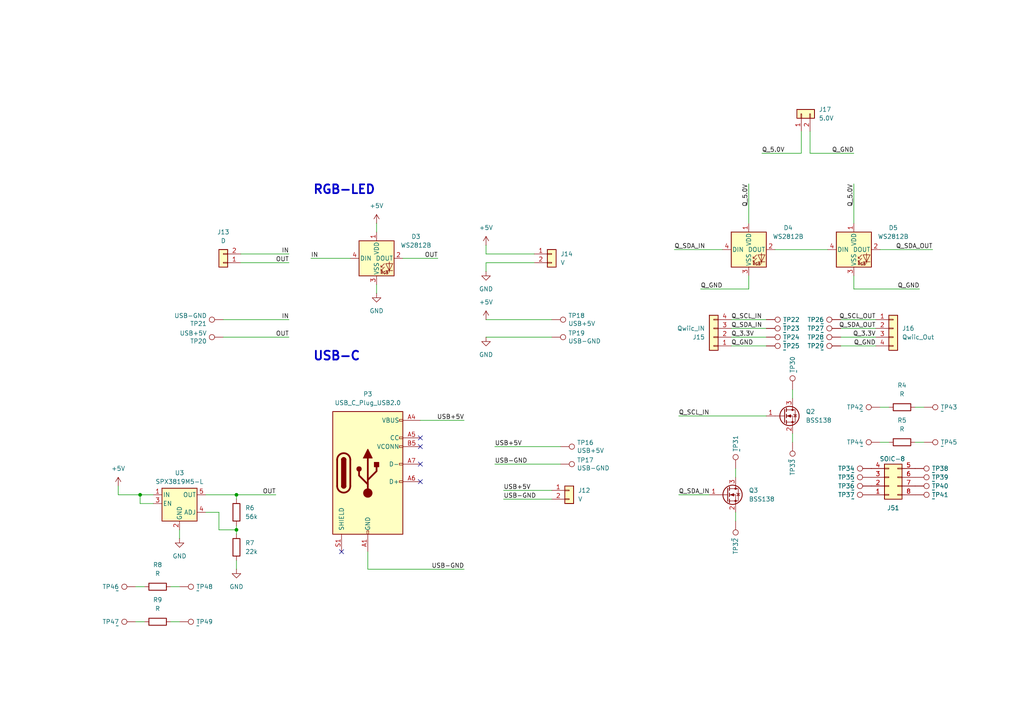
<source format=kicad_sch>
(kicad_sch (version 20250114) (generator "eeschema") (generator_version "9.0")
  (paper "A4")
  (lib_symbols
    (symbol "Connector:TestPoint" (pin_numbers (hide yes)) (pin_names (offset 0.762) (hide yes))
      (property "Reference" "TP" (at 0 6.858 0))
      (property "Value" "TestPoint" (at 0 5.08 0))
      (symbol "TestPoint_0_1"
        (circle (center 0 3.302) (radius 0.762))
      )
      (symbol "TestPoint_1_1"
        (pin passive line (at 0 0 90) (length 2.54) (name "1") (number "1"))
      )
    )
    (symbol "Connector:USB_C_Plug_USB2.0" (pin_names (offset 1.016))
      (property "Reference" "P" (at -10.16 19.05 0))
      (property "Value" "USB_C_Plug_USB2.0" (at 12.7 19.05 0))
      (symbol "USB_C_Plug_USB2.0_0_0"
        (rectangle (start -0.254 -17.78) (end 0.254 -16.764))
        (rectangle (start 10.16 15.494) (end 9.144 14.986))
        (rectangle (start 10.16 10.414) (end 9.144 9.906))
        (rectangle (start 10.16 7.874) (end 9.144 7.366))
        (rectangle (start 10.16 2.794) (end 9.144 2.286))
        (rectangle (start 10.16 -2.286) (end 9.144 -2.794))
      )
      (symbol "USB_C_Plug_USB2.0_0_1"
        (rectangle (start -10.16 17.78) (end 10.16 -17.78) (stroke (width 0.254)) (fill (type background)))
        (polyline (pts (xy -8.89 -3.81) (xy -8.89 3.81)) (stroke (width 0.508)))
        (rectangle (start -7.62 -3.81) (end -6.35 3.81) (stroke (width 0.254)) (fill (type outline)))
        (arc (start -7.62 3.81) (mid -6.985 4.4423) (end -6.35 3.81) (stroke (width 0.254)))
        (arc (start -7.62 3.81) (mid -6.985 4.4423) (end -6.35 3.81) (stroke (width 0.254)) (fill (type outline)))
        (arc (start -8.89 3.81) (mid -6.985 5.7067) (end -5.08 3.81) (stroke (width 0.508)))
        (arc (start -5.08 -3.81) (mid -6.985 -5.7067) (end -8.89 -3.81) (stroke (width 0.508)))
        (arc (start -6.35 -3.81) (mid -6.985 -4.4423) (end -7.62 -3.81) (stroke (width 0.254)))
        (arc (start -6.35 -3.81) (mid -6.985 -4.4423) (end -7.62 -3.81) (stroke (width 0.254)) (fill (type outline)))
        (polyline (pts (xy -5.08 3.81) (xy -5.08 -3.81)) (stroke (width 0.508)))
        (circle (center -2.54 1.143) (radius 0.635) (stroke (width 0.254)) (fill (type outline)))
        (polyline (pts (xy -1.27 4.318) (xy 0 6.858) (xy 1.27 4.318) (xy -1.27 4.318)) (stroke (width 0.254)) (fill (type outline)))
        (polyline (pts (xy 0 -2.032) (xy 2.54 0.508) (xy 2.54 1.778)) (stroke (width 0.508)))
        (polyline (pts (xy 0 -3.302) (xy -2.54 -0.762) (xy -2.54 0.508)) (stroke (width 0.508)))
        (polyline (pts (xy 0 -5.842) (xy 0 4.318)) (stroke (width 0.508)))
        (circle (center 0 -5.842) (radius 1.27) (fill (type outline)))
        (rectangle (start 1.905 1.778) (end 3.175 3.048) (stroke (width 0.254)) (fill (type outline)))
      )
      (symbol "USB_C_Plug_USB2.0_1_1"
        (pin passive line (at -7.62 -22.86 90) (length 5.08) (name "SHIELD") (number "S1"))
        (pin passive line (at 0 -22.86 90) (length 5.08) (name "GND") (number "A1"))
        (pin passive line (at 0 -22.86 90) (length 5.08) (hide yes) (name "GND") (number "A12"))
        (pin passive line (at 0 -22.86 90) (length 5.08) (hide yes) (name "GND") (number "B1"))
        (pin passive line (at 0 -22.86 90) (length 5.08) (hide yes) (name "GND") (number "B12"))
        (pin passive line (at 15.24 15.24 180) (length 5.08) (name "VBUS") (number "A4"))
        (pin passive line (at 15.24 15.24 180) (length 5.08) (hide yes) (name "VBUS") (number "A9"))
        (pin passive line (at 15.24 15.24 180) (length 5.08) (hide yes) (name "VBUS") (number "B4"))
        (pin passive line (at 15.24 15.24 180) (length 5.08) (hide yes) (name "VBUS") (number "B9"))
        (pin bidirectional line (at 15.24 10.16 180) (length 5.08) (name "CC") (number "A5"))
        (pin bidirectional line (at 15.24 7.62 180) (length 5.08) (name "VCONN") (number "B5"))
        (pin bidirectional line (at 15.24 2.54 180) (length 5.08) (name "D-") (number "A7"))
        (pin bidirectional line (at 15.24 -2.54 180) (length 5.08) (name "D+") (number "A6"))
      )
    )
    (symbol "Connector_Generic:Conn_01x02" (pin_names (offset 1.016) (hide yes))
      (property "Reference" "J" (at 0 2.54 0))
      (property "Value" "Conn_01x02" (at 0 -5.08 0))
      (symbol "Conn_01x02_1_1"
        (rectangle (start -1.27 1.27) (end 1.27 -3.81) (stroke (width 0.254)) (fill (type background)))
        (rectangle (start -1.27 0.127) (end 0 -0.127) (stroke (width 0.1524)))
        (rectangle (start -1.27 -2.413) (end 0 -2.667) (stroke (width 0.1524)))
        (pin passive line (at -5.08 0 0) (length 3.81) (name "Pin_1") (number "1"))
        (pin passive line (at -5.08 -2.54 0) (length 3.81) (name "Pin_2") (number "2"))
      )
    )
    (symbol "Connector_Generic:Conn_01x04" (pin_names (offset 1.016) (hide yes))
      (property "Reference" "J" (at 0 5.08 0))
      (property "Value" "Conn_01x04" (at 0 -7.62 0))
      (symbol "Conn_01x04_1_1"
        (rectangle (start -1.27 3.81) (end 1.27 -6.35) (stroke (width 0.254)) (fill (type background)))
        (rectangle (start -1.27 2.667) (end 0 2.413) (stroke (width 0.1524)))
        (rectangle (start -1.27 0.127) (end 0 -0.127) (stroke (width 0.1524)))
        (rectangle (start -1.27 -2.413) (end 0 -2.667) (stroke (width 0.1524)))
        (rectangle (start -1.27 -4.953) (end 0 -5.207) (stroke (width 0.1524)))
        (pin passive line (at -5.08 2.54 0) (length 3.81) (name "Pin_1") (number "1"))
        (pin passive line (at -5.08 0 0) (length 3.81) (name "Pin_2") (number "2"))
        (pin passive line (at -5.08 -2.54 0) (length 3.81) (name "Pin_3") (number "3"))
        (pin passive line (at -5.08 -5.08 0) (length 3.81) (name "Pin_4") (number "4"))
      )
    )
    (symbol "Connector_Generic:Conn_02x04_Counter_Clockwise" (pin_names (offset 1.016) (hide yes))
      (property "Reference" "J" (at 1.27 5.08 0))
      (property "Value" "Conn_02x04_Counter_Clockwise" (at 1.27 -7.62 0))
      (symbol "Conn_02x04_Counter_Clockwise_1_1"
        (rectangle (start -1.27 3.81) (end 3.81 -6.35) (stroke (width 0.254)) (fill (type background)))
        (rectangle (start -1.27 2.667) (end 0 2.413) (stroke (width 0.1524)))
        (rectangle (start -1.27 0.127) (end 0 -0.127) (stroke (width 0.1524)))
        (rectangle (start -1.27 -2.413) (end 0 -2.667) (stroke (width 0.1524)))
        (rectangle (start -1.27 -4.953) (end 0 -5.207) (stroke (width 0.1524)))
        (rectangle (start 3.81 2.667) (end 2.54 2.413) (stroke (width 0.1524)))
        (rectangle (start 3.81 0.127) (end 2.54 -0.127) (stroke (width 0.1524)))
        (rectangle (start 3.81 -2.413) (end 2.54 -2.667) (stroke (width 0.1524)))
        (rectangle (start 3.81 -4.953) (end 2.54 -5.207) (stroke (width 0.1524)))
        (pin passive line (at -5.08 2.54 0) (length 3.81) (name "Pin_1") (number "1"))
        (pin passive line (at -5.08 0 0) (length 3.81) (name "Pin_2") (number "2"))
        (pin passive line (at -5.08 -2.54 0) (length 3.81) (name "Pin_3") (number "3"))
        (pin passive line (at -5.08 -5.08 0) (length 3.81) (name "Pin_4") (number "4"))
        (pin passive line (at 7.62 2.54 180) (length 3.81) (name "Pin_8") (number "8"))
        (pin passive line (at 7.62 0 180) (length 3.81) (name "Pin_7") (number "7"))
        (pin passive line (at 7.62 -2.54 180) (length 3.81) (name "Pin_6") (number "6"))
        (pin passive line (at 7.62 -5.08 180) (length 3.81) (name "Pin_5") (number "5"))
      )
    )
    (symbol "Device:R" (pin_numbers (hide yes)) (pin_names (offset 0))
      (property "Reference" "R" (at 2.032 0 90))
      (property "Value" "R" (at 0 0 90))
      (symbol "R_0_1"
        (rectangle (start -1.016 -2.54) (end 1.016 2.54) (stroke (width 0.254)))
      )
      (symbol "R_1_1"
        (pin passive line (at 0 3.81 270) (length 1.27) (name "~") (number "1"))
        (pin passive line (at 0 -3.81 90) (length 1.27) (name "~") (number "2"))
      )
    )
    (symbol "LED:WS2812B" (pin_names (offset 0.254))
      (property "Reference" "D" (at 5.08 5.715 0))
      (property "Value" "WS2812B" (at 1.27 -5.715 0))
      (symbol "WS2812B_0_0"
        (text "RGB" (at 2.286 -4.191 0) (effects (font (size 0.762 0.762))))
      )
      (symbol "WS2812B_0_1"
        (polyline (pts (xy 1.27 -2.54) (xy 1.778 -2.54)))
        (polyline (pts (xy 1.27 -3.556) (xy 1.778 -3.556)))
        (polyline (pts (xy 2.286 -1.524) (xy 1.27 -2.54) (xy 1.27 -2.032)))
        (polyline (pts (xy 2.286 -2.54) (xy 1.27 -3.556) (xy 1.27 -3.048)))
        (polyline (pts (xy 3.683 -1.016) (xy 3.683 -3.556) (xy 3.683 -4.064)))
        (polyline (pts (xy 4.699 -1.524) (xy 2.667 -1.524) (xy 3.683 -3.556) (xy 4.699 -1.524)))
        (polyline (pts (xy 4.699 -3.556) (xy 2.667 -3.556)))
        (rectangle (start 5.08 5.08) (end -5.08 -5.08) (stroke (width 0.254)) (fill (type background)))
      )
      (symbol "WS2812B_1_1"
        (pin input line (at -7.62 0 0) (length 2.54) (name "DIN") (number "4"))
        (pin power_in line (at 0 7.62 270) (length 2.54) (name "VDD") (number "1"))
        (pin power_in line (at 0 -7.62 90) (length 2.54) (name "VSS") (number "3"))
        (pin output line (at 7.62 0 180) (length 2.54) (name "DOUT") (number "2"))
      )
    )
    (symbol "Regulator_Linear:SPX3819M5-L" (pin_names (offset 0.254))
      (property "Reference" "U" (at -3.81 5.715 0))
      (property "Value" "SPX3819M5-L" (at 0 5.715 0))
      (symbol "SPX3819M5-L_0_1"
        (rectangle (start -5.08 4.445) (end 5.08 -5.08) (stroke (width 0.254)) (fill (type background)))
      )
      (symbol "SPX3819M5-L_1_1"
        (pin power_in line (at -7.62 2.54 0) (length 2.54) (name "IN") (number "1"))
        (pin input line (at -7.62 0 0) (length 2.54) (name "EN") (number "3"))
        (pin power_in line (at 0 -7.62 90) (length 2.54) (name "GND") (number "2"))
        (pin power_out line (at 7.62 2.54 180) (length 2.54) (name "OUT") (number "5"))
        (pin input line (at 7.62 -2.54 180) (length 2.54) (name "ADJ") (number "4"))
      )
    )
    (symbol "Transistor_FET:BSS138" (pin_names (hide yes))
      (property "Reference" "Q" (at 5.08 1.905 0))
      (property "Value" "BSS138" (at 5.08 0 0))
      (symbol "BSS138_0_1"
        (polyline (pts (xy 0.254 1.905) (xy 0.254 -1.905)) (stroke (width 0.254)))
        (polyline (pts (xy 0.254 0) (xy -2.54 0)))
        (polyline (pts (xy 0.762 2.286) (xy 0.762 1.27)) (stroke (width 0.254)))
        (polyline (pts (xy 0.762 0.508) (xy 0.762 -0.508)) (stroke (width 0.254)))
        (polyline (pts (xy 0.762 -1.27) (xy 0.762 -2.286)) (stroke (width 0.254)))
        (polyline (pts (xy 0.762 -1.778) (xy 3.302 -1.778) (xy 3.302 1.778) (xy 0.762 1.778)))
        (polyline (pts (xy 1.016 0) (xy 2.032 0.381) (xy 2.032 -0.381) (xy 1.016 0)) (fill (type outline)))
        (circle (center 1.651 0) (radius 2.794) (stroke (width 0.254)))
        (polyline (pts (xy 2.54 2.54) (xy 2.54 1.778)))
        (circle (center 2.54 1.778) (radius 0.254) (fill (type outline)))
        (circle (center 2.54 -1.778) (radius 0.254) (fill (type outline)))
        (polyline (pts (xy 2.54 -2.54) (xy 2.54 0) (xy 0.762 0)))
        (polyline (pts (xy 2.794 0.508) (xy 2.921 0.381) (xy 3.683 0.381) (xy 3.81 0.254)))
        (polyline (pts (xy 3.302 0.381) (xy 2.921 -0.254) (xy 3.683 -0.254) (xy 3.302 0.381)))
      )
      (symbol "BSS138_1_1"
        (pin input line (at -5.08 0 0) (length 2.54) (name "G") (number "1"))
        (pin passive line (at 2.54 5.08 270) (length 2.54) (name "D") (number "3"))
        (pin passive line (at 2.54 -5.08 90) (length 2.54) (name "S") (number "2"))
      )
    )
    (symbol "power:+5V" (power) (pin_numbers (hide yes)) (pin_names (offset 0) (hide yes))
      (property "Value" "+5V" (at 0 3.556 0))
      (symbol "+5V_0_1"
        (polyline (pts (xy -0.762 1.27) (xy 0 2.54)))
        (polyline (pts (xy 0 2.54) (xy 0.762 1.27)))
        (polyline (pts (xy 0 0) (xy 0 2.54)))
      )
      (symbol "+5V_1_1"
        (pin power_in line (at 0 0 90) (length 0) (name "~") (number "1"))
      )
    )
    (symbol "power:GND" (power) (pin_numbers (hide yes)) (pin_names (offset 0) (hide yes))
      (property "Value" "GND" (at 0 -3.81 0))
      (symbol "GND_0_1"
        (polyline (pts (xy 0 0) (xy 0 -1.27) (xy 1.27 -1.27) (xy 0 -2.54) (xy -1.27 -1.27) (xy 0 -1.27)))
      )
      (symbol "GND_1_1"
        (pin power_in line (at 0 0 270) (length 0) (name "~") (number "1"))
      )
    )
  )
  (text "USB-C" (at 90.678 103.378 0) (effects (font (size 2.54 2.54) (thickness 0.508) (bold yes)) (justify left)))
  (text "RGB-LED" (at 90.678 55.118 0) (effects (font (size 2.54 2.54) (thickness 0.508) (bold yes)) (justify left)))
  (junction (at 40.64 143.51))
  (junction (at 68.58 153.67))
  (junction (at 68.58 143.51))
  (no_connect (at 99.06 160.02))
  (no_connect (at 121.92 139.7))
  (no_connect (at 121.92 134.62))
  (no_connect (at 121.92 127))
  (no_connect (at 121.92 129.54))
  (wire (pts (xy 247.65 80.01) (xy 247.65 83.82)))
  (wire (pts (xy 140.97 92.71) (xy 160.02 92.71)))
  (wire (pts (xy 160.02 97.79) (xy 140.97 97.79)))
  (wire (pts (xy 255.27 128.27) (xy 257.81 128.27)))
  (wire (pts (xy 143.51 129.54) (xy 162.56 129.54)))
  (wire (pts (xy 109.22 64.77) (xy 109.22 67.31)))
  (wire (pts (xy 40.64 143.51) (xy 44.45 143.51)))
  (wire (pts (xy 265.43 118.11) (xy 267.97 118.11)))
  (wire (pts (xy 40.64 143.51) (xy 34.29 143.51)))
  (wire (pts (xy 68.58 153.67) (xy 68.58 152.4)))
  (wire (pts (xy 224.79 72.39) (xy 240.03 72.39)))
  (wire (pts (xy 140.97 73.66) (xy 154.94 73.66)))
  (wire (pts (xy 212.09 100.33) (xy 222.25 100.33)))
  (wire (pts (xy 232.41 38.1) (xy 232.41 44.45)))
  (wire (pts (xy 116.84 74.93) (xy 127 74.93)))
  (wire (pts (xy 83.82 97.79) (xy 64.77 97.79)))
  (wire (pts (xy 255.27 72.39) (xy 270.51 72.39)))
  (wire (pts (xy 247.65 83.82) (xy 266.7 83.82)))
  (wire (pts (xy 68.58 143.51) (xy 68.58 144.78)))
  (wire (pts (xy 217.17 80.01) (xy 217.17 83.82)))
  (wire (pts (xy 68.58 162.56) (xy 68.58 165.1)))
  (wire (pts (xy 68.58 153.67) (xy 68.58 154.94)))
  (wire (pts (xy 49.53 180.34) (xy 52.07 180.34)))
  (wire (pts (xy 229.87 113.03) (xy 229.87 115.57)))
  (wire (pts (xy 234.95 38.1) (xy 234.95 44.45)))
  (wire (pts (xy 69.85 73.66) (xy 83.82 73.66)))
  (wire (pts (xy 265.43 128.27) (xy 267.97 128.27)))
  (wire (pts (xy 212.09 97.79) (xy 222.25 97.79)))
  (wire (pts (xy 212.09 92.71) (xy 222.25 92.71)))
  (wire (pts (xy 59.69 148.59) (xy 63.5 148.59)))
  (wire (pts (xy 146.05 144.78) (xy 160.02 144.78)))
  (wire (pts (xy 44.45 146.05) (xy 40.64 146.05)))
  (wire (pts (xy 64.77 92.71) (xy 83.82 92.71)))
  (wire (pts (xy 63.5 148.59) (xy 63.5 153.67)))
  (wire (pts (xy 196.85 120.65) (xy 222.25 120.65)))
  (wire (pts (xy 247.65 53.34) (xy 247.65 64.77)))
  (wire (pts (xy 40.64 146.05) (xy 40.64 143.51)))
  (wire (pts (xy 146.05 142.24) (xy 160.02 142.24)))
  (wire (pts (xy 69.85 76.2) (xy 83.82 76.2)))
  (wire (pts (xy 140.97 71.12) (xy 140.97 73.66)))
  (wire (pts (xy 234.95 44.45) (xy 247.65 44.45)))
  (wire (pts (xy 106.68 165.1) (xy 134.62 165.1)))
  (wire (pts (xy 109.22 82.55) (xy 109.22 85.09)))
  (wire (pts (xy 63.5 153.67) (xy 68.58 153.67)))
  (wire (pts (xy 68.58 143.51) (xy 80.01 143.51)))
  (wire (pts (xy 34.29 140.97) (xy 34.29 143.51)))
  (wire (pts (xy 243.84 95.25) (xy 254 95.25)))
  (wire (pts (xy 203.2 83.82) (xy 217.17 83.82)))
  (wire (pts (xy 140.97 76.2) (xy 154.94 76.2)))
  (wire (pts (xy 213.36 135.89) (xy 213.36 138.43)))
  (wire (pts (xy 39.37 170.18) (xy 41.91 170.18)))
  (wire (pts (xy 243.84 100.33) (xy 254 100.33)))
  (wire (pts (xy 101.6 74.93) (xy 90.17 74.93)))
  (wire (pts (xy 39.37 180.34) (xy 41.91 180.34)))
  (wire (pts (xy 229.87 125.73) (xy 229.87 128.27)))
  (wire (pts (xy 243.84 92.71) (xy 254 92.71)))
  (wire (pts (xy 106.68 160.02) (xy 106.68 165.1)))
  (wire (pts (xy 121.92 121.92) (xy 134.62 121.92)))
  (wire (pts (xy 59.69 143.51) (xy 68.58 143.51)))
  (wire (pts (xy 52.07 153.67) (xy 52.07 156.21)))
  (wire (pts (xy 49.53 170.18) (xy 52.07 170.18)))
  (wire (pts (xy 220.98 44.45) (xy 232.41 44.45)))
  (wire (pts (xy 196.85 143.51) (xy 205.74 143.51)))
  (wire (pts (xy 195.58 72.39) (xy 209.55 72.39)))
  (wire (pts (xy 243.84 97.79) (xy 254 97.79)))
  (wire (pts (xy 213.36 148.59) (xy 213.36 151.13)))
  (wire (pts (xy 140.97 76.2) (xy 140.97 78.74)))
  (wire (pts (xy 162.56 134.62) (xy 143.51 134.62)))
  (wire (pts (xy 217.17 53.34) (xy 217.17 64.77)))
  (wire (pts (xy 255.27 118.11) (xy 257.81 118.11)))
  (wire (pts (xy 212.09 95.25) (xy 222.25 95.25)))
  (label "USB+5V" (at 143.51 129.54 0))
  (label "USB+5V" (at 146.05 142.24 0))
  (label "Q_GND" (at 247.65 44.45 180))
  (label "USB-GND" (at 134.62 165.1 180))
  (label "Q_SCL_OUT" (at 254 92.71 180))
  (label "Q_GND" (at 203.2 83.82 0))
  (label "IN" (at 83.82 92.71 180))
  (label "Q_3.3V" (at 254 97.79 180))
  (label "Q_SDA_OUT" (at 270.51 72.39 180))
  (label "OUT" (at 127 74.93 180))
  (label "Q_5.0V" (at 247.65 53.34 270))
  (label "Q_5.0V" (at 220.98 44.45 0))
  (label "OUT" (at 83.82 76.2 180))
  (label "Q_5.0V" (at 217.17 53.34 270))
  (label "Q_SDA_IN" (at 195.58 72.39 0))
  (label "Q_SCL_IN" (at 212.09 92.71 0))
  (label "Q_GND" (at 212.09 100.33 0))
  (label "Q_GND" (at 254 100.33 180))
  (label "OUT" (at 80.01 143.51 180))
  (label "Q_SDA_IN" (at 212.09 95.25 0))
  (label "USB-GND" (at 143.51 134.62 0))
  (label "USB+5V" (at 134.62 121.92 180))
  (label "IN" (at 90.17 74.93 0))
  (label "Q_SDA_OUT" (at 254 95.25 180))
  (label "Q_3.3V" (at 212.09 97.79 0))
  (label "Q_GND" (at 266.7 83.82 180))
  (label "USB-GND" (at 146.05 144.78 0))
  (label "IN" (at 83.82 73.66 180))
  (label "OUT" (at 83.82 97.79 180))
  (label "Q_SCL_IN" (at 196.85 120.65 0))
  (label "Q_SDA_IN" (at 196.85 143.51 0))
  (symbol (lib_id "power:GND") (at 140.97 97.79 0) (unit 1)
    (property "Reference" "#PWR042" (effects (hide yes)))
    (property "Value" "GND" (at 140.97 102.87 0))
    (property "Description" "Power symbol creates a global label with name \"GND\" , ground" (effects (hide yes)))
  )
  (symbol (lib_id "Connector:TestPoint") (at 64.77 92.71 90) (unit 1)
    (property "Reference" "TP21" (at 59.9948 93.8784 90) (effects (justify left)))
    (property "Value" "USB-GND" (at 59.9948 91.567 90) (effects (justify left)))
    (property "Footprint" "TestPoint:TestPoint_Pad_1.5x1.5mm" (effects (hide yes)))
  )
  (symbol (lib_id "Connector:TestPoint") (at 229.87 113.03 0) (unit 1)
    (property "Reference" "TP30" (at 229.87 108.204 90) (effects (justify left)))
    (property "Value" "~" (at 231.013 108.2548 90) (effects (justify left)))
    (property "Footprint" "TestPoint:TestPoint_Pad_D1.0mm" (effects (hide yes)))
  )
  (symbol (lib_id "Device:R") (at 261.62 118.11 90) (unit 1)
    (property "Reference" "R4" (at 261.62 111.76 90))
    (property "Value" "R" (at 261.62 114.3 90))
    (property "Footprint" "Resistor_SMD:R_1206_3216Metric_Pad1.30x1.75mm_HandSolder" (effects (hide yes)))
    (property "Description" "Resistor" (effects (hide yes)))
  )
  (symbol (lib_id "Connector:TestPoint") (at 39.37 170.18 90) (mirror x) (unit 1)
    (property "Reference" "TP46" (at 34.544 170.18 90) (effects (justify left)))
    (property "Value" "~" (at 34.5948 171.323 90) (effects (justify left)))
    (property "Footprint" "TestPoint:TestPoint_Pad_D1.0mm" (effects (hide yes)))
  )
  (symbol (lib_id "LED:WS2812B") (at 109.22 74.93 0) (unit 1)
    (property "Reference" "D3" (at 120.65 68.6114 0))
    (property "Value" "WS2812B" (at 120.65 71.1514 0))
    (property "Footprint" "LED_SMD:LED_WS2812B_PLCC4_5.0x5.0mm_P3.2mm" (effects (hide yes)))
    (property "Datasheet" "https://cdn-shop.adafruit.com/datasheets/WS2812B.pdf" (effects (hide yes)))
    (property "Description" "RGB LED with integrated controller" (effects (hide yes)))
  )
  (symbol (lib_id "Connector:TestPoint") (at 255.27 128.27 90) (mirror x) (unit 1)
    (property "Reference" "TP44" (at 250.444 128.27 90) (effects (justify left)))
    (property "Value" "~" (at 250.4948 129.413 90) (effects (justify left)))
    (property "Footprint" "TestPoint:TestPoint_Pad_D1.0mm" (effects (hide yes)))
  )
  (symbol (lib_id "power:+5V") (at 34.29 140.97 0) (unit 1)
    (property "Reference" "#PWR043" (effects (hide yes)))
    (property "Value" "+5V" (at 34.29 135.89 0))
    (property "Description" "Power symbol creates a global label with name \"+5V\"" (effects (hide yes)))
  )
  (symbol (lib_id "Connector:TestPoint") (at 265.43 140.97 270) (unit 1)
    (property "Reference" "TP40" (at 270.256 140.97 90) (effects (justify left)))
    (property "Value" "~" (at 270.2052 142.113 90) (effects (justify left)))
    (property "Footprint" "TestPoint:TestPoint_Pad_D1.0mm" (effects (hide yes)))
  )
  (symbol (lib_id "Connector_Generic:Conn_01x02") (at 165.1 142.24 0) (unit 1)
    (property "Reference" "J12" (at 167.64 142.2399 0) (effects (justify left)))
    (property "Value" "V" (at 167.64 144.7799 0) (effects (justify left)))
    (property "Footprint" "Connector_PinHeader_2.54mm:PinHeader_1x02_P2.54mm_Vertical" (effects (hide yes)))
    (property "Description" "Generic connector, single row, 01x02, script generated (kicad-library-utils/schlib/autogen/connector/)" (effects (hide yes)))
  )
  (symbol (lib_id "Connector_Generic:Conn_02x04_Counter_Clockwise") (at 257.81 140.97 0) (mirror x) (unit 1)
    (property "Reference" "J51" (at 259.08 147.32 0))
    (property "Value" "SOIC-8" (at 258.826 133.096 0))
    (property "Footprint" "Package_SO:SO-8_3.9x4.9mm_P1.27mm" (effects (hide yes)))
    (property "Description" "Generic connector, double row, 02x04, counter clockwise pin numbering scheme (similar to DIP package numbering), script generated (kicad-library-utils/schlib/autogen/connector/)" (effects (hide yes)))
  )
  (symbol (lib_id "power:GND") (at 68.58 165.1 0) (unit 1)
    (property "Reference" "#PWR046" (effects (hide yes)))
    (property "Value" "GND" (at 68.58 170.18 0))
    (property "Description" "Power symbol creates a global label with name \"GND\" , ground" (effects (hide yes)))
  )
  (symbol (lib_id "Connector:TestPoint") (at 222.25 92.71 270) (unit 1)
    (property "Reference" "TP22" (at 227.076 92.71 90) (effects (justify left)))
    (property "Value" "~" (at 227.0252 93.853 90) (effects (justify left)))
    (property "Footprint" "TestPoint:TestPoint_THTPad_D1.5mm_Drill0.7mm" (effects (hide yes)))
  )
  (symbol (lib_id "power:GND") (at 52.07 156.21 0) (unit 1)
    (property "Reference" "#PWR044" (effects (hide yes)))
    (property "Value" "GND" (at 52.07 161.29 0))
    (property "Description" "Power symbol creates a global label with name \"GND\" , ground" (effects (hide yes)))
  )
  (symbol (lib_id "LED:WS2812B") (at 247.65 72.39 0) (unit 1)
    (property "Reference" "D5" (at 259.08 66.0714 0))
    (property "Value" "WS2812B" (at 259.08 68.6114 0))
    (property "Footprint" "LED_SMD:LED_WS2812B_PLCC4_5.0x5.0mm_P3.2mm" (effects (hide yes)))
    (property "Datasheet" "https://cdn-shop.adafruit.com/datasheets/WS2812B.pdf" (effects (hide yes)))
    (property "Description" "RGB LED with integrated controller" (effects (hide yes)))
  )
  (symbol (lib_id "power:+5V") (at 140.97 71.12 0) (unit 1)
    (property "Reference" "#PWR040" (effects (hide yes)))
    (property "Value" "+5V" (at 140.97 66.04 0))
    (property "Description" "Power symbol creates a global label with name \"+5V\"" (effects (hide yes)))
  )
  (symbol (lib_id "Connector:TestPoint") (at 229.87 128.27 180) (unit 1)
    (property "Reference" "TP33" (at 229.87 133.096 90) (effects (justify left)))
    (property "Value" "~" (at 228.727 133.0452 90) (effects (justify left)))
    (property "Footprint" "TestPoint:TestPoint_Pad_D1.0mm" (effects (hide yes)))
  )
  (symbol (lib_id "Connector:TestPoint") (at 213.36 135.89 0) (unit 1)
    (property "Reference" "TP31" (at 213.36 131.064 90) (effects (justify left)))
    (property "Value" "~" (at 214.503 131.1148 90) (effects (justify left)))
    (property "Footprint" "TestPoint:TestPoint_Pad_D1.0mm" (effects (hide yes)))
  )
  (symbol (lib_id "Connector:TestPoint") (at 162.56 129.54 270) (unit 1)
    (property "Reference" "TP16" (at 167.3352 128.3716 90) (effects (justify left)))
    (property "Value" "USB+5V" (at 167.3352 130.683 90) (effects (justify left)))
    (property "Footprint" "TestPoint:TestPoint_Pad_1.5x1.5mm" (effects (hide yes)))
  )
  (symbol (lib_id "Connector:TestPoint") (at 52.07 180.34 270) (unit 1)
    (property "Reference" "TP49" (at 56.896 180.34 90) (effects (justify left)))
    (property "Value" "~" (at 56.8452 181.483 90) (effects (justify left)))
    (property "Footprint" "TestPoint:TestPoint_Pad_D1.0mm" (effects (hide yes)))
  )
  (symbol (lib_id "Device:R") (at 45.72 170.18 90) (unit 1)
    (property "Reference" "R8" (at 45.72 163.83 90))
    (property "Value" "R" (at 45.72 166.37 90))
    (property "Footprint" "Resistor_SMD:R_1206_3216Metric_Pad1.30x1.75mm_HandSolder" (effects (hide yes)))
    (property "Description" "Resistor" (effects (hide yes)))
  )
  (symbol (lib_id "Connector:TestPoint") (at 243.84 92.71 90) (mirror x) (unit 1)
    (property "Reference" "TP26" (at 239.014 92.71 90) (effects (justify left)))
    (property "Value" "~" (at 239.0648 93.853 90) (effects (justify left)))
    (property "Footprint" "TestPoint:TestPoint_THTPad_D1.5mm_Drill0.7mm" (effects (hide yes)))
  )
  (symbol (lib_id "Device:R") (at 261.62 128.27 90) (unit 1)
    (property "Reference" "R5" (at 261.62 121.92 90))
    (property "Value" "R" (at 261.62 124.46 90))
    (property "Footprint" "Resistor_SMD:R_0805_2012Metric_Pad1.20x1.40mm_HandSolder" (effects (hide yes)))
    (property "Description" "Resistor" (effects (hide yes)))
  )
  (symbol (lib_id "Device:R") (at 68.58 158.75 0) (unit 1)
    (property "Reference" "R7" (at 71.12 157.4799 0) (effects (justify left)))
    (property "Value" "22k" (at 71.12 160.0199 0) (effects (justify left)))
    (property "Footprint" "Resistor_SMD:R_0805_2012Metric_Pad1.20x1.40mm_HandSolder" (effects (hide yes)))
    (property "Description" "Resistor" (effects (hide yes)))
  )
  (symbol (lib_id "Connector:TestPoint") (at 160.02 97.79 270) (unit 1)
    (property "Reference" "TP19" (at 164.7952 96.6216 90) (effects (justify left)))
    (property "Value" "USB-GND" (at 164.7952 98.933 90) (effects (justify left)))
    (property "Footprint" "TestPoint:TestPoint_Pad_1.5x1.5mm" (effects (hide yes)))
  )
  (symbol (lib_id "power:GND") (at 109.22 85.09 0) (unit 1)
    (property "Reference" "#PWR038" (effects (hide yes)))
    (property "Value" "GND" (at 109.22 90.17 0))
    (property "Description" "Power symbol creates a global label with name \"GND\" , ground" (effects (hide yes)))
  )
  (symbol (lib_id "power:+5V") (at 109.22 64.77 0) (unit 1)
    (property "Reference" "#PWR037" (effects (hide yes)))
    (property "Value" "+5V" (at 109.22 59.69 0))
    (property "Description" "Power symbol creates a global label with name \"+5V\"" (effects (hide yes)))
  )
  (symbol (lib_id "Connector:TestPoint") (at 255.27 118.11 90) (mirror x) (unit 1)
    (property "Reference" "TP42" (at 250.444 118.11 90) (effects (justify left)))
    (property "Value" "~" (at 250.4948 119.253 90) (effects (justify left)))
    (property "Footprint" "TestPoint:TestPoint_Pad_D1.0mm" (effects (hide yes)))
  )
  (symbol (lib_id "Connector_Generic:Conn_01x04") (at 207.01 97.79 180) (unit 1)
    (property "Reference" "J15" (at 204.47 97.7901 0) (effects (justify left)))
    (property "Value" "Qwiic_IN" (at 204.47 95.2501 0) (effects (justify left)))
    (property "Footprint" "Connector_JST:JST_SH_SM04B-SRSS-TB_1x04-1MP_P1.00mm_Horizontal" (effects (hide yes)))
    (property "Description" "Generic connector, single row, 01x04, script generated (kicad-library-utils/schlib/autogen/connector/)" (effects (hide yes)))
  )
  (symbol (lib_id "Connector:TestPoint") (at 252.73 138.43 90) (mirror x) (unit 1)
    (property "Reference" "TP35" (at 247.904 138.43 90) (effects (justify left)))
    (property "Value" "~" (at 247.9548 139.573 90) (effects (justify left)))
    (property "Footprint" "TestPoint:TestPoint_Pad_D1.0mm" (effects (hide yes)))
  )
  (symbol (lib_id "power:GND") (at 140.97 78.74 0) (unit 1)
    (property "Reference" "#PWR039" (effects (hide yes)))
    (property "Value" "GND" (at 140.97 83.82 0))
    (property "Description" "Power symbol creates a global label with name \"GND\" , ground" (effects (hide yes)))
  )
  (symbol (lib_id "Connector:TestPoint") (at 160.02 92.71 270) (unit 1)
    (property "Reference" "TP18" (at 164.7952 91.5416 90) (effects (justify left)))
    (property "Value" "USB+5V" (at 164.7952 93.853 90) (effects (justify left)))
    (property "Footprint" "TestPoint:TestPoint_Pad_1.5x1.5mm" (effects (hide yes)))
  )
  (symbol (lib_id "Connector:TestPoint") (at 52.07 170.18 270) (unit 1)
    (property "Reference" "TP48" (at 56.896 170.18 90) (effects (justify left)))
    (property "Value" "~" (at 56.8452 171.323 90) (effects (justify left)))
    (property "Footprint" "TestPoint:TestPoint_Pad_D1.0mm" (effects (hide yes)))
  )
  (symbol (lib_id "Connector:TestPoint") (at 243.84 100.33 90) (mirror x) (unit 1)
    (property "Reference" "TP29" (at 239.014 100.33 90) (effects (justify left)))
    (property "Value" "~" (at 239.0648 101.473 90) (effects (justify left)))
    (property "Footprint" "TestPoint:TestPoint_THTPad_D1.5mm_Drill0.7mm" (effects (hide yes)))
  )
  (symbol (lib_id "Connector:TestPoint") (at 243.84 95.25 90) (mirror x) (unit 1)
    (property "Reference" "TP27" (at 239.014 95.25 90) (effects (justify left)))
    (property "Value" "~" (at 239.0648 96.393 90) (effects (justify left)))
    (property "Footprint" "TestPoint:TestPoint_THTPad_D1.5mm_Drill0.7mm" (effects (hide yes)))
  )
  (symbol (lib_id "Transistor_FET:BSS138") (at 227.33 120.65 0) (unit 1)
    (property "Reference" "Q2" (at 233.68 119.3799 0) (effects (justify left)))
    (property "Value" "BSS138" (at 233.68 121.9199 0) (effects (justify left)))
    (property "Footprint" "Package_TO_SOT_SMD:SOT-23" (effects (hide yes)))
    (property "Datasheet" "https://www.onsemi.com/pub/Collateral/BSS138-D.PDF" (effects (hide yes)))
    (property "Description" "50V Vds, 0.22A Id, N-Channel MOSFET, SOT-23" (effects (hide yes)))
  )
  (symbol (lib_id "Connector:TestPoint") (at 252.73 135.89 90) (mirror x) (unit 1)
    (property "Reference" "TP34" (at 247.904 135.89 90) (effects (justify left)))
    (property "Value" "~" (at 247.9548 137.033 90) (effects (justify left)))
    (property "Footprint" "TestPoint:TestPoint_Pad_D1.0mm" (effects (hide yes)))
  )
  (symbol (lib_id "Connector:TestPoint") (at 265.43 138.43 270) (unit 1)
    (property "Reference" "TP39" (at 270.256 138.43 90) (effects (justify left)))
    (property "Value" "~" (at 270.2052 139.573 90) (effects (justify left)))
    (property "Footprint" "TestPoint:TestPoint_Pad_D1.0mm" (effects (hide yes)))
  )
  (symbol (lib_id "Connector_Generic:Conn_01x02") (at 232.41 33.02 90) (unit 1)
    (property "Reference" "J17" (at 237.49 31.7499 90) (effects (justify right)))
    (property "Value" "5.0V" (at 237.49 34.2899 90) (effects (justify right)))
    (property "Footprint" "Connector_PinHeader_1.27mm:PinHeader_1x02_P1.27mm_Vertical" (effects (hide yes)))
    (property "Description" "Generic connector, single row, 01x02, script generated (kicad-library-utils/schlib/autogen/connector/)" (effects (hide yes)))
  )
  (symbol (lib_id "Connector:TestPoint") (at 39.37 180.34 90) (mirror x) (unit 1)
    (property "Reference" "TP47" (at 34.544 180.34 90) (effects (justify left)))
    (property "Value" "~" (at 34.5948 181.483 90) (effects (justify left)))
    (property "Footprint" "TestPoint:TestPoint_Pad_D1.0mm" (effects (hide yes)))
  )
  (symbol (lib_id "LED:WS2812B") (at 217.17 72.39 0) (unit 1)
    (property "Reference" "D4" (at 228.6 66.0714 0))
    (property "Value" "WS2812B" (at 228.6 68.6114 0))
    (property "Footprint" "LED_SMD:LED_WS2812B_PLCC4_5.0x5.0mm_P3.2mm" (effects (hide yes)))
    (property "Datasheet" "https://cdn-shop.adafruit.com/datasheets/WS2812B.pdf" (effects (hide yes)))
    (property "Description" "RGB LED with integrated controller" (effects (hide yes)))
  )
  (symbol (lib_id "Device:R") (at 68.58 148.59 0) (unit 1)
    (property "Reference" "R6" (at 71.12 147.3199 0) (effects (justify left)))
    (property "Value" "56k" (at 71.12 149.8599 0) (effects (justify left)))
    (property "Footprint" "Resistor_SMD:R_0805_2012Metric_Pad1.20x1.40mm_HandSolder" (effects (hide yes)))
    (property "Description" "Resistor" (effects (hide yes)))
  )
  (symbol (lib_id "Transistor_FET:BSS138") (at 210.82 143.51 0) (unit 1)
    (property "Reference" "Q3" (at 217.17 142.2399 0) (effects (justify left)))
    (property "Value" "BSS138" (at 217.17 144.7799 0) (effects (justify left)))
    (property "Footprint" "Package_TO_SOT_SMD:SOT-23" (effects (hide yes)))
    (property "Datasheet" "https://www.onsemi.com/pub/Collateral/BSS138-D.PDF" (effects (hide yes)))
    (property "Description" "50V Vds, 0.22A Id, N-Channel MOSFET, SOT-23" (effects (hide yes)))
  )
  (symbol (lib_id "Connector:TestPoint") (at 267.97 118.11 270) (unit 1)
    (property "Reference" "TP43" (at 272.796 118.11 90) (effects (justify left)))
    (property "Value" "~" (at 272.7452 119.253 90) (effects (justify left)))
    (property "Footprint" "TestPoint:TestPoint_Pad_D1.0mm" (effects (hide yes)))
  )
  (symbol (lib_id "Connector:TestPoint") (at 162.56 134.62 270) (unit 1)
    (property "Reference" "TP17" (at 167.3352 133.4516 90) (effects (justify left)))
    (property "Value" "USB-GND" (at 167.3352 135.763 90) (effects (justify left)))
    (property "Footprint" "TestPoint:TestPoint_Pad_1.5x1.5mm" (effects (hide yes)))
  )
  (symbol (lib_id "Connector:TestPoint") (at 265.43 135.89 270) (unit 1)
    (property "Reference" "TP38" (at 270.256 135.89 90) (effects (justify left)))
    (property "Value" "~" (at 270.2052 137.033 90) (effects (justify left)))
    (property "Footprint" "TestPoint:TestPoint_Pad_D1.0mm" (effects (hide yes)))
  )
  (symbol (lib_id "Connector:TestPoint") (at 243.84 97.79 90) (mirror x) (unit 1)
    (property "Reference" "TP28" (at 239.014 97.79 90) (effects (justify left)))
    (property "Value" "~" (at 239.0648 98.933 90) (effects (justify left)))
    (property "Footprint" "TestPoint:TestPoint_THTPad_D1.5mm_Drill0.7mm" (effects (hide yes)))
  )
  (symbol (lib_id "Connector:TestPoint") (at 222.25 97.79 270) (unit 1)
    (property "Reference" "TP24" (at 227.076 97.79 90) (effects (justify left)))
    (property "Value" "~" (at 227.0252 98.933 90) (effects (justify left)))
    (property "Footprint" "TestPoint:TestPoint_THTPad_D1.5mm_Drill0.7mm" (effects (hide yes)))
  )
  (symbol (lib_id "Connector:TestPoint") (at 252.73 140.97 90) (mirror x) (unit 1)
    (property "Reference" "TP36" (at 247.904 140.97 90) (effects (justify left)))
    (property "Value" "~" (at 247.9548 142.113 90) (effects (justify left)))
    (property "Footprint" "TestPoint:TestPoint_Pad_D1.0mm" (effects (hide yes)))
  )
  (symbol (lib_id "Regulator_Linear:SPX3819M5-L") (at 52.07 146.05 0) (unit 1)
    (property "Reference" "U3" (at 52.07 137.16 0))
    (property "Value" "SPX3819M5-L" (at 52.07 139.7 0))
    (property "Footprint" "Package_TO_SOT_SMD:SOT-23-5" (effects (hide yes)))
    (property "Datasheet" "https://www.exar.com/content/document.ashx?id=22106&languageid=1033&type=Datasheet&partnumber=SPX3819&filename=SPX3819.pdf&part=SPX3819" (effects (hide yes)))
    (property "Description" "500mA Low drop-out regulator, Adjustable, SOT-23-5" (effects (hide yes)))
  )
  (symbol (lib_id "Connector:TestPoint") (at 213.36 151.13 180) (unit 1)
    (property "Reference" "TP32" (at 213.36 155.956 90) (effects (justify left)))
    (property "Value" "~" (at 212.217 155.9052 90) (effects (justify left)))
    (property "Footprint" "TestPoint:TestPoint_Pad_D1.0mm" (effects (hide yes)))
  )
  (symbol (lib_id "Connector:TestPoint") (at 222.25 95.25 270) (unit 1)
    (property "Reference" "TP23" (at 227.076 95.25 90) (effects (justify left)))
    (property "Value" "~" (at 227.0252 96.393 90) (effects (justify left)))
    (property "Footprint" "TestPoint:TestPoint_THTPad_D1.5mm_Drill0.7mm" (effects (hide yes)))
  )
  (symbol (lib_id "Connector_Generic:Conn_01x02") (at 64.77 76.2 180) (unit 1)
    (property "Reference" "J13" (at 64.77 67.31 0))
    (property "Value" "D" (at 64.77 69.85 0))
    (property "Footprint" "Connector_PinHeader_2.54mm:PinHeader_1x02_P2.54mm_Vertical" (effects (hide yes)))
    (property "Description" "Generic connector, single row, 01x02, script generated (kicad-library-utils/schlib/autogen/connector/)" (effects (hide yes)))
  )
  (symbol (lib_id "Connector_Generic:Conn_01x02") (at 160.02 73.66 0) (unit 1)
    (property "Reference" "J14" (at 162.56 73.6599 0) (effects (justify left)))
    (property "Value" "V" (at 162.56 76.1999 0) (effects (justify left)))
    (property "Footprint" "Connector_PinHeader_2.54mm:PinHeader_1x02_P2.54mm_Vertical" (effects (hide yes)))
    (property "Description" "Generic connector, single row, 01x02, script generated (kicad-library-utils/schlib/autogen/connector/)" (effects (hide yes)))
  )
  (symbol (lib_id "Connector:TestPoint") (at 265.43 143.51 270) (unit 1)
    (property "Reference" "TP41" (at 270.256 143.51 90) (effects (justify left)))
    (property "Value" "~" (at 270.2052 144.653 90) (effects (justify left)))
    (property "Footprint" "TestPoint:TestPoint_Pad_D1.0mm" (effects (hide yes)))
  )
  (symbol (lib_id "Connector_Generic:Conn_01x04") (at 259.08 95.25 0) (unit 1)
    (property "Reference" "J16" (at 261.62 95.2499 0) (effects (justify left)))
    (property "Value" "Qwiic_Out" (at 261.62 97.7899 0) (effects (justify left)))
    (property "Footprint" "Connector_JST:JST_SH_SM04B-SRSS-TB_1x04-1MP_P1.00mm_Horizontal" (effects (hide yes)))
    (property "Description" "Generic connector, single row, 01x04, script generated (kicad-library-utils/schlib/autogen/connector/)" (effects (hide yes)))
  )
  (symbol (lib_id "Device:R") (at 45.72 180.34 90) (unit 1)
    (property "Reference" "R9" (at 45.72 173.99 90))
    (property "Value" "R" (at 45.72 176.53 90))
    (property "Footprint" "Resistor_SMD:R_0805_2012Metric_Pad1.20x1.40mm_HandSolder" (effects (hide yes)))
    (property "Description" "Resistor" (effects (hide yes)))
  )
  (symbol (lib_id "Connector:TestPoint") (at 222.25 100.33 270) (unit 1)
    (property "Reference" "TP25" (at 227.076 100.33 90) (effects (justify left)))
    (property "Value" "~" (at 227.0252 101.473 90) (effects (justify left)))
    (property "Footprint" "TestPoint:TestPoint_THTPad_D1.5mm_Drill0.7mm" (effects (hide yes)))
  )
  (symbol (lib_id "Connector:TestPoint") (at 64.77 97.79 90) (unit 1)
    (property "Reference" "TP20" (at 59.9948 98.9584 90) (effects (justify left)))
    (property "Value" "USB+5V" (at 59.9948 96.647 90) (effects (justify left)))
    (property "Footprint" "TestPoint:TestPoint_Pad_1.5x1.5mm" (effects (hide yes)))
  )
  (symbol (lib_id "Connector:TestPoint") (at 267.97 128.27 270) (unit 1)
    (property "Reference" "TP45" (at 272.796 128.27 90) (effects (justify left)))
    (property "Value" "~" (at 272.7452 129.413 90) (effects (justify left)))
    (property "Footprint" "TestPoint:TestPoint_Pad_D1.0mm" (effects (hide yes)))
  )
  (symbol (lib_id "Connector:USB_C_Plug_USB2.0") (at 106.68 137.16 0) (unit 1)
    (property "Reference" "P3" (at 106.68 114.3 0))
    (property "Value" "USB_C_Plug_USB2.0" (at 106.68 116.84 0))
    (property "Footprint" "zhaw:USB_C_DEALON_009" (effects (hide yes)))
    (property "Datasheet" "https://www.usb.org/sites/default/files/documents/usb_type-c.zip" (effects (hide yes)))
    (property "Description" "USB 2.0-only Type-C Plug connector" (effects (hide yes)))
  )
  (symbol (lib_id "power:+5V") (at 140.97 92.71 0) (unit 1)
    (property "Reference" "#PWR041" (effects (hide yes)))
    (property "Value" "+5V" (at 140.97 87.63 0))
    (property "Description" "Power symbol creates a global label with name \"+5V\"" (effects (hide yes)))
  )
  (symbol (lib_id "Connector:TestPoint") (at 252.73 143.51 90) (mirror x) (unit 1)
    (property "Reference" "TP37" (at 247.904 143.51 90) (effects (justify left)))
    (property "Value" "~" (at 247.9548 144.653 90) (effects (justify left)))
    (property "Footprint" "TestPoint:TestPoint_Pad_D1.0mm" (effects (hide yes)))
  )
)
</source>
